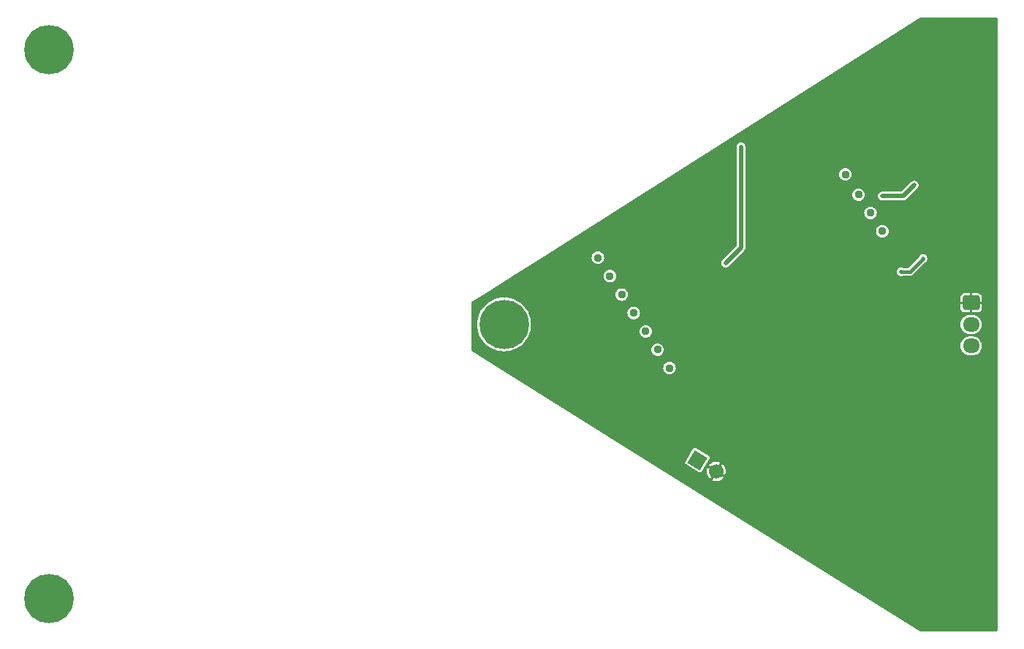
<source format=gbr>
%TF.GenerationSoftware,KiCad,Pcbnew,8.0.5*%
%TF.CreationDate,2025-03-21T14:04:30-04:00*%
%TF.ProjectId,rv_light,72765f6c-6967-4687-942e-6b696361645f,rev?*%
%TF.SameCoordinates,Original*%
%TF.FileFunction,Copper,L2,Bot*%
%TF.FilePolarity,Positive*%
%FSLAX46Y46*%
G04 Gerber Fmt 4.6, Leading zero omitted, Abs format (unit mm)*
G04 Created by KiCad (PCBNEW 8.0.5) date 2025-03-21 14:04:30*
%MOMM*%
%LPD*%
G01*
G04 APERTURE LIST*
G04 Aperture macros list*
%AMRoundRect*
0 Rectangle with rounded corners*
0 $1 Rounding radius*
0 $2 $3 $4 $5 $6 $7 $8 $9 X,Y pos of 4 corners*
0 Add a 4 corners polygon primitive as box body*
4,1,4,$2,$3,$4,$5,$6,$7,$8,$9,$2,$3,0*
0 Add four circle primitives for the rounded corners*
1,1,$1+$1,$2,$3*
1,1,$1+$1,$4,$5*
1,1,$1+$1,$6,$7*
1,1,$1+$1,$8,$9*
0 Add four rect primitives between the rounded corners*
20,1,$1+$1,$2,$3,$4,$5,0*
20,1,$1+$1,$4,$5,$6,$7,0*
20,1,$1+$1,$6,$7,$8,$9,0*
20,1,$1+$1,$8,$9,$2,$3,0*%
%AMHorizOval*
0 Thick line with rounded ends*
0 $1 width*
0 $2 $3 position (X,Y) of the first rounded end (center of the circle)*
0 $4 $5 position (X,Y) of the second rounded end (center of the circle)*
0 Add line between two ends*
20,1,$1,$2,$3,$4,$5,0*
0 Add two circle primitives to create the rounded ends*
1,1,$1,$2,$3*
1,1,$1,$4,$5*%
%AMRotRect*
0 Rectangle, with rotation*
0 The origin of the aperture is its center*
0 $1 length*
0 $2 width*
0 $3 Rotation angle, in degrees counterclockwise*
0 Add horizontal line*
21,1,$1,$2,0,0,$3*%
G04 Aperture macros list end*
%TA.AperFunction,ComponentPad*%
%ADD10C,0.939800*%
%TD*%
%TA.AperFunction,ComponentPad*%
%ADD11C,5.715000*%
%TD*%
%TA.AperFunction,WasherPad*%
%ADD12C,5.715000*%
%TD*%
%TA.AperFunction,ComponentPad*%
%ADD13RotRect,1.700000X1.700000X59.000000*%
%TD*%
%TA.AperFunction,ComponentPad*%
%ADD14HorizOval,1.700000X0.000000X0.000000X0.000000X0.000000X0*%
%TD*%
%TA.AperFunction,ComponentPad*%
%ADD15RoundRect,0.250000X-0.725000X0.600000X-0.725000X-0.600000X0.725000X-0.600000X0.725000X0.600000X0*%
%TD*%
%TA.AperFunction,ComponentPad*%
%ADD16O,1.950000X1.700000*%
%TD*%
%TA.AperFunction,ViaPad*%
%ADD17C,0.508000*%
%TD*%
%TA.AperFunction,Conductor*%
%ADD18C,0.508000*%
%TD*%
%TA.AperFunction,Conductor*%
%ADD19C,0.381000*%
%TD*%
G04 APERTURE END LIST*
D10*
%TO.P,TP11,1,1*%
%TO.N,Net-(U2-PA4_A1_D1)*%
X13517191Y33528060D03*
%TD*%
%TO.P,TP10,1,1*%
%TO.N,LED_DATA_3.3V*%
X14900577Y31397847D03*
%TD*%
%TO.P,TP9,1,1*%
%TO.N,Net-(U2-PB09_A7_D7_RX)*%
X45085000Y38735000D03*
%TD*%
%TO.P,TP8,1,1*%
%TO.N,Net-(U2-PA7_A8_D8_SCK)*%
X43711202Y40850464D03*
%TD*%
%TO.P,TP7,1,1*%
%TO.N,Net-(U2-PA5_A9_D9_MISO)*%
X42337405Y42965925D03*
%TD*%
%TO.P,TP6,1,1*%
%TO.N,Net-(U2-PA6_A10_D10_MOSI)*%
X40815685Y45309172D03*
%TD*%
%TO.P,TP5,1,1*%
%TO.N,Net-(U2-PB08_A6_D6_TX)*%
X20434109Y22876942D03*
%TD*%
%TO.P,TP4,1,1*%
%TO.N,Net-(U2-PA9_A5_D5_SCL)*%
X19050720Y25007164D03*
%TD*%
%TO.P,TP3,1,1*%
%TO.N,LED_ENABLE*%
X17667336Y27137396D03*
%TD*%
%TO.P,TP2,1,1*%
%TO.N,Net-(U2-PA11_A3_D3)*%
X16283958Y29267615D03*
%TD*%
%TO.P,TP1,1,1*%
%TO.N,Net-(U2-PA02_A0_D0)*%
X12133810Y35658282D03*
%TD*%
D11*
%TO.P,H3,1,1*%
%TO.N,GND*%
X53972221Y-3809637D03*
%TD*%
%TO.P,H2,1,1*%
%TO.N,GND*%
X53971113Y59698784D03*
%TD*%
D12*
%TO.P,H1,*%
%TO.N,*%
X1266105Y27948781D03*
%TD*%
D11*
%TO.P,H4,1,1*%
%TO.N,GND*%
X-51438898Y-3801227D03*
%TD*%
D13*
%TO.P,J1,1,Pin_1*%
%TO.N,+12V*%
X23672112Y12213677D03*
D14*
%TO.P,J1,2,Pin_2*%
%TO.N,GND*%
X25849317Y10905480D03*
%TD*%
D15*
%TO.P,J4,1,Pin_1*%
%TO.N,GND*%
X55371998Y30440000D03*
D16*
%TO.P,J4,2,Pin_2*%
%TO.N,Net-(J4-Pin_2)*%
X55371998Y27940000D03*
%TO.P,J4,3,Pin_3*%
%TO.N,5V_LED*%
X55371998Y25440000D03*
%TD*%
D11*
%TO.P,H5,1,1*%
%TO.N,GND*%
X-51419685Y59727331D03*
%TD*%
D17*
%TO.N,+3.3V*%
X48768000Y44069000D03*
X45085000Y42799000D03*
%TO.N,GND*%
X50292000Y40640000D03*
X28829000Y21082000D03*
X39370000Y29083000D03*
X51689000Y46228000D03*
X48260000Y52324000D03*
X11986412Y20147355D03*
X30226000Y44450000D03*
X50866000Y42098000D03*
X47625000Y28067000D03*
X43026500Y24765000D03*
%TO.N,LED_DATA_3.3V*%
X47244000Y34036000D03*
X49784000Y35560000D03*
%TO.N,LED_ENABLE*%
X28702000Y48514000D03*
X26924000Y35052000D03*
%TD*%
D18*
%TO.N,+3.3V*%
X47498000Y42799000D02*
X48768000Y44069000D01*
X45085000Y42799000D02*
X47498000Y42799000D01*
D19*
%TO.N,LED_DATA_3.3V*%
X49784000Y35560000D02*
X48260000Y34036000D01*
X48260000Y34036000D02*
X47244000Y34036000D01*
D18*
%TO.N,LED_ENABLE*%
X28702000Y48514000D02*
X28702000Y36830000D01*
X28702000Y36830000D02*
X26924000Y35052000D01*
%TD*%
%TA.AperFunction,Conductor*%
%TO.N,GND*%
G36*
X58378531Y63480787D02*
G01*
X58415076Y63430487D01*
X58420000Y63399400D01*
X58420000Y-7519400D01*
X58400787Y-7578531D01*
X58350487Y-7615076D01*
X58319400Y-7620000D01*
X49558827Y-7620000D01*
X49505547Y-7604732D01*
X18169453Y11961219D01*
X22249100Y11961219D01*
X22253959Y11860094D01*
X22253961Y11860087D01*
X22297145Y11768523D01*
X22297148Y11768518D01*
X22353172Y11717629D01*
X22353174Y11717628D01*
X23853331Y10816243D01*
X23924569Y10790665D01*
X24025694Y10795524D01*
X24025701Y10795526D01*
X24117265Y10838710D01*
X24117270Y10838713D01*
X24168159Y10894737D01*
X24168160Y10894739D01*
X24174614Y10905480D01*
X24740587Y10905480D01*
X24759464Y10701755D01*
X24759464Y10701754D01*
X24815457Y10504959D01*
X24815458Y10504957D01*
X24906653Y10321813D01*
X25029958Y10158530D01*
X25173639Y10027546D01*
X25491363Y10556327D01*
X25542310Y10505381D01*
X25656324Y10439555D01*
X25709036Y10425430D01*
X25392440Y9898524D01*
X25545900Y9839074D01*
X25545905Y9839073D01*
X25747014Y9801480D01*
X25951620Y9801480D01*
X26152735Y9839075D01*
X26343518Y9912985D01*
X26517473Y10020691D01*
X26517477Y10020694D01*
X26668677Y10158532D01*
X26723980Y10231766D01*
X26198468Y10547525D01*
X26249416Y10598473D01*
X26315242Y10712487D01*
X26329366Y10765198D01*
X26855379Y10449138D01*
X26883177Y10504962D01*
X26939169Y10701754D01*
X26939169Y10701755D01*
X26958046Y10905480D01*
X26939169Y11109204D01*
X26939169Y11109205D01*
X26883176Y11306000D01*
X26883175Y11306002D01*
X26791980Y11489146D01*
X26791979Y11489147D01*
X26668677Y11652427D01*
X26524994Y11783412D01*
X26207270Y11254632D01*
X26156324Y11305579D01*
X26042310Y11371405D01*
X25989596Y11385529D01*
X26306192Y11912433D01*
X26306192Y11912434D01*
X26152738Y11971883D01*
X25951620Y12009480D01*
X25747014Y12009480D01*
X25545898Y11971884D01*
X25355115Y11897974D01*
X25181160Y11790268D01*
X25181156Y11790265D01*
X25029956Y11652427D01*
X24974652Y11579192D01*
X25500164Y11263433D01*
X25449218Y11212487D01*
X25383392Y11098473D01*
X25369266Y11045758D01*
X24843252Y11361820D01*
X24843251Y11361820D01*
X24815460Y11306007D01*
X24815457Y11306000D01*
X24759464Y11109205D01*
X24759464Y11109204D01*
X24740587Y10905480D01*
X24174614Y10905480D01*
X25069545Y12394896D01*
X25095123Y12466132D01*
X25090264Y12567262D01*
X25047076Y12658835D01*
X24991050Y12709725D01*
X23490893Y13611110D01*
X23419657Y13636688D01*
X23419654Y13636687D01*
X23419654Y13636688D01*
X23358979Y13633772D01*
X23318527Y13631829D01*
X23318523Y13631827D01*
X23318522Y13631827D01*
X23226958Y13588643D01*
X23226954Y13588641D01*
X23226953Y13588640D01*
X23176064Y13532616D01*
X23176063Y13532614D01*
X22274678Y12032457D01*
X22249100Y11961219D01*
X18169453Y11961219D01*
X687234Y22876946D01*
X19705125Y22876946D01*
X19705125Y22876937D01*
X19723401Y22714729D01*
X19777316Y22560649D01*
X19864165Y22422429D01*
X19864167Y22422426D01*
X19979593Y22307000D01*
X19979596Y22306998D01*
X20117816Y22220149D01*
X20271896Y22166234D01*
X20434105Y22147958D01*
X20434109Y22147958D01*
X20434113Y22147958D01*
X20596321Y22166234D01*
X20750401Y22220149D01*
X20888621Y22306998D01*
X20888624Y22307000D01*
X21004050Y22422426D01*
X21004052Y22422428D01*
X21090901Y22560648D01*
X21144816Y22714728D01*
X21147862Y22741763D01*
X21163093Y22876937D01*
X21163093Y22876946D01*
X21144816Y23039154D01*
X21144816Y23039156D01*
X21090901Y23193236D01*
X21004052Y23331456D01*
X20888623Y23446885D01*
X20750403Y23533734D01*
X20596323Y23587649D01*
X20542251Y23593741D01*
X20434113Y23605926D01*
X20434105Y23605926D01*
X20304337Y23591304D01*
X20271895Y23587649D01*
X20117815Y23533734D01*
X19979595Y23446885D01*
X19979593Y23446883D01*
X19864167Y23331457D01*
X19864165Y23331454D01*
X19777316Y23193234D01*
X19723401Y23039154D01*
X19705125Y22876946D01*
X687234Y22876946D01*
X-2492681Y24862454D01*
X-2532662Y24910067D01*
X-2540000Y24947785D01*
X-2540000Y27948781D01*
X-1850798Y27948781D01*
X-1831200Y27599799D01*
X-1780195Y27299608D01*
X-1772650Y27255200D01*
X-1727227Y27097535D01*
X-1675888Y26919333D01*
X-1652428Y26862696D01*
X-1542127Y26596404D01*
X-1542125Y26596400D01*
X-1373053Y26290490D01*
X-1373051Y26290487D01*
X-1170799Y26005439D01*
X-1170788Y26005424D01*
X-937878Y25744798D01*
X-677252Y25511888D01*
X-677241Y25511880D01*
X-677236Y25511876D01*
X-392188Y25309624D01*
X-392185Y25309622D01*
X-86275Y25140550D01*
X-86271Y25140548D01*
X236661Y25006786D01*
X572524Y24910025D01*
X917123Y24851476D01*
X1266105Y24831878D01*
X1615087Y24851476D01*
X1684005Y24863185D01*
X1959685Y24910025D01*
X2295547Y25006786D01*
X2295548Y25006786D01*
X2296470Y25007168D01*
X18321736Y25007168D01*
X18321736Y25007159D01*
X18340012Y24844951D01*
X18393927Y24690871D01*
X18480776Y24552651D01*
X18480778Y24552648D01*
X18596204Y24437222D01*
X18596207Y24437220D01*
X18734427Y24350371D01*
X18888507Y24296456D01*
X19050716Y24278180D01*
X19050720Y24278180D01*
X19050724Y24278180D01*
X19212932Y24296456D01*
X19367012Y24350371D01*
X19386628Y24362696D01*
X19505234Y24437221D01*
X19620663Y24552650D01*
X19707512Y24690870D01*
X19761427Y24844950D01*
X19773014Y24947785D01*
X19779704Y25007159D01*
X19779704Y25007168D01*
X19761427Y25169376D01*
X19761427Y25169378D01*
X19707512Y25323458D01*
X19620663Y25461678D01*
X19555411Y25526930D01*
X54142498Y25526930D01*
X54142498Y25353069D01*
X54169694Y25181366D01*
X54169697Y25181352D01*
X54223417Y25016018D01*
X54302345Y24861115D01*
X54404531Y24720468D01*
X54527466Y24597533D01*
X54668113Y24495347D01*
X54668112Y24495347D01*
X54823016Y24416419D01*
X54988350Y24362699D01*
X54988364Y24362696D01*
X55160067Y24335500D01*
X55160072Y24335500D01*
X55583928Y24335500D01*
X55755631Y24362696D01*
X55755645Y24362699D01*
X55920979Y24416419D01*
X56075882Y24495347D01*
X56216529Y24597533D01*
X56339464Y24720468D01*
X56420408Y24831878D01*
X56441651Y24861116D01*
X56516064Y25007159D01*
X56520578Y25016018D01*
X56574298Y25181352D01*
X56574298Y25181354D01*
X56574301Y25181362D01*
X56601497Y25353069D01*
X56601498Y25353070D01*
X56601498Y25526929D01*
X56601497Y25526930D01*
X56593550Y25577105D01*
X56574301Y25698638D01*
X56520578Y25863981D01*
X56441651Y26018884D01*
X56339463Y26159533D01*
X56216531Y26282465D01*
X56075882Y26384653D01*
X55920979Y26463580D01*
X55755636Y26517303D01*
X55660240Y26532412D01*
X55583928Y26544500D01*
X55583924Y26544500D01*
X55160072Y26544500D01*
X55160068Y26544500D01*
X55074216Y26530901D01*
X54988360Y26517303D01*
X54988352Y26517300D01*
X54988350Y26517300D01*
X54823016Y26463580D01*
X54750614Y26426689D01*
X54668114Y26384653D01*
X54668113Y26384652D01*
X54527466Y26282466D01*
X54404531Y26159531D01*
X54302345Y26018884D01*
X54223417Y25863981D01*
X54169697Y25698647D01*
X54169694Y25698633D01*
X54142498Y25526930D01*
X19555411Y25526930D01*
X19505234Y25577107D01*
X19367014Y25663956D01*
X19212934Y25717871D01*
X19158862Y25723963D01*
X19050724Y25736148D01*
X19050716Y25736148D01*
X18920948Y25721526D01*
X18888506Y25717871D01*
X18734426Y25663956D01*
X18596206Y25577107D01*
X18480777Y25461678D01*
X18412535Y25353070D01*
X18393927Y25323456D01*
X18340012Y25169376D01*
X18321736Y25007168D01*
X2296470Y25007168D01*
X2618481Y25140548D01*
X2618485Y25140550D01*
X2924395Y25309622D01*
X2924398Y25309624D01*
X3209446Y25511876D01*
X3209451Y25511880D01*
X3209462Y25511888D01*
X3470088Y25744798D01*
X3702998Y26005424D01*
X3703009Y26005439D01*
X3905261Y26290487D01*
X3905263Y26290490D01*
X4074335Y26596400D01*
X4074337Y26596404D01*
X4184638Y26862696D01*
X4208098Y26919333D01*
X4259437Y27097535D01*
X4270922Y27137400D01*
X16938352Y27137400D01*
X16938352Y27137391D01*
X16956628Y26975183D01*
X17010543Y26821103D01*
X17097392Y26682883D01*
X17097394Y26682880D01*
X17212820Y26567454D01*
X17212823Y26567452D01*
X17351043Y26480603D01*
X17505123Y26426688D01*
X17667332Y26408412D01*
X17667336Y26408412D01*
X17667340Y26408412D01*
X17829548Y26426688D01*
X17983628Y26480603D01*
X18042032Y26517300D01*
X18121850Y26567453D01*
X18237279Y26682882D01*
X18324128Y26821102D01*
X18378043Y26975182D01*
X18391829Y27097535D01*
X18396320Y27137391D01*
X18396320Y27137400D01*
X18378043Y27299608D01*
X18378043Y27299610D01*
X18324128Y27453690D01*
X18237279Y27591910D01*
X18121850Y27707339D01*
X17983630Y27794188D01*
X17829550Y27848103D01*
X17775478Y27854195D01*
X17667340Y27866380D01*
X17667332Y27866380D01*
X17537564Y27851758D01*
X17505122Y27848103D01*
X17351042Y27794188D01*
X17212822Y27707339D01*
X17212820Y27707337D01*
X17097394Y27591911D01*
X17097392Y27591908D01*
X17010543Y27453688D01*
X16956628Y27299608D01*
X16938352Y27137400D01*
X4270922Y27137400D01*
X4304860Y27255200D01*
X4312405Y27299608D01*
X4363410Y27599799D01*
X4383008Y27948781D01*
X4378619Y28026930D01*
X54142498Y28026930D01*
X54142498Y27853069D01*
X54169694Y27681366D01*
X54169697Y27681352D01*
X54223417Y27516018D01*
X54302345Y27361115D01*
X54404531Y27220468D01*
X54527466Y27097533D01*
X54668113Y26995347D01*
X54668112Y26995347D01*
X54823016Y26916419D01*
X54988350Y26862699D01*
X54988364Y26862696D01*
X55160067Y26835500D01*
X55160072Y26835500D01*
X55583928Y26835500D01*
X55755631Y26862696D01*
X55755645Y26862699D01*
X55920979Y26916419D01*
X56075882Y26995347D01*
X56216529Y27097533D01*
X56339464Y27220468D01*
X56441650Y27361115D01*
X56520578Y27516018D01*
X56574298Y27681352D01*
X56574298Y27681354D01*
X56574301Y27681362D01*
X56601497Y27853069D01*
X56601498Y27853070D01*
X56601498Y28026929D01*
X56601497Y28026930D01*
X56574301Y28198638D01*
X56520578Y28363981D01*
X56441651Y28518884D01*
X56339463Y28659533D01*
X56216531Y28782465D01*
X56075882Y28884653D01*
X55920979Y28963580D01*
X55755636Y29017303D01*
X55660240Y29032412D01*
X55583928Y29044500D01*
X55583924Y29044500D01*
X55160072Y29044500D01*
X55160068Y29044500D01*
X55074216Y29030901D01*
X54988360Y29017303D01*
X54988352Y29017300D01*
X54988350Y29017300D01*
X54823016Y28963580D01*
X54798959Y28951322D01*
X54668114Y28884653D01*
X54668113Y28884652D01*
X54527466Y28782466D01*
X54404531Y28659531D01*
X54302345Y28518884D01*
X54223417Y28363981D01*
X54169697Y28198647D01*
X54169694Y28198633D01*
X54142498Y28026930D01*
X4378619Y28026930D01*
X4363410Y28297763D01*
X4304861Y28642357D01*
X4208098Y28978229D01*
X4088229Y29267619D01*
X15554974Y29267619D01*
X15554974Y29267610D01*
X15573250Y29105402D01*
X15627165Y28951322D01*
X15714014Y28813102D01*
X15714016Y28813099D01*
X15829442Y28697673D01*
X15829445Y28697671D01*
X15967665Y28610822D01*
X16121745Y28556907D01*
X16283954Y28538631D01*
X16283958Y28538631D01*
X16283962Y28538631D01*
X16446170Y28556907D01*
X16600250Y28610822D01*
X16650445Y28642361D01*
X16738472Y28697672D01*
X16853901Y28813101D01*
X16940750Y28951321D01*
X16994665Y29105401D01*
X16997711Y29132436D01*
X17012942Y29267610D01*
X17012942Y29267619D01*
X17000757Y29375757D01*
X16994665Y29429829D01*
X16940750Y29583909D01*
X16853901Y29722129D01*
X16738472Y29837558D01*
X16600252Y29924407D01*
X16446172Y29978322D01*
X16392100Y29984414D01*
X16283962Y29996599D01*
X16283954Y29996599D01*
X16154186Y29981977D01*
X16121744Y29978322D01*
X15967664Y29924407D01*
X15829444Y29837558D01*
X15714015Y29722129D01*
X15634750Y29595978D01*
X15627165Y29583907D01*
X15573250Y29429827D01*
X15554974Y29267619D01*
X4088229Y29267619D01*
X4074338Y29301155D01*
X4051513Y29342453D01*
X3905263Y29607071D01*
X3905261Y29607074D01*
X3823627Y29722127D01*
X3702998Y29892138D01*
X3470088Y30152764D01*
X3209462Y30385674D01*
X2924397Y30587938D01*
X2777975Y30668863D01*
X2618485Y30757011D01*
X2618481Y30757013D01*
X2618479Y30757014D01*
X2295553Y30890774D01*
X2046010Y30962665D01*
X1959685Y30987536D01*
X1959683Y30987536D01*
X1959681Y30987537D01*
X1615087Y31046086D01*
X1266105Y31065684D01*
X917123Y31046086D01*
X572529Y30987537D01*
X572527Y30987536D01*
X572524Y30987536D01*
X419097Y30943334D01*
X236657Y30890774D01*
X-86269Y30757014D01*
X-86271Y30757013D01*
X-86275Y30757011D01*
X-245765Y30668863D01*
X-392187Y30587938D01*
X-677252Y30385674D01*
X-937878Y30152764D01*
X-1170788Y29892138D01*
X-1291417Y29722127D01*
X-1373051Y29607074D01*
X-1373053Y29607071D01*
X-1519303Y29342453D01*
X-1542128Y29301155D01*
X-1675888Y28978229D01*
X-1772651Y28642357D01*
X-1831200Y28297763D01*
X-1850798Y27948781D01*
X-2540000Y27948781D01*
X-2540000Y30424671D01*
X-2520787Y30483802D01*
X-2493276Y30509629D01*
X-1092618Y31397851D01*
X14171593Y31397851D01*
X14171593Y31397842D01*
X14189869Y31235634D01*
X14243784Y31081554D01*
X14330633Y30943334D01*
X14330635Y30943331D01*
X14446061Y30827905D01*
X14446064Y30827903D01*
X14584284Y30741054D01*
X14738364Y30687139D01*
X14900573Y30668863D01*
X14900577Y30668863D01*
X14900581Y30668863D01*
X15062789Y30687139D01*
X15216869Y30741054D01*
X15242270Y30757014D01*
X15355091Y30827904D01*
X15470520Y30943333D01*
X15557369Y31081553D01*
X15559698Y31088210D01*
X54142998Y31088210D01*
X54142998Y30567000D01*
X54914271Y30567000D01*
X54896998Y30502535D01*
X54896998Y30377465D01*
X54914271Y30313000D01*
X54142999Y30313000D01*
X54142999Y29791789D01*
X54149451Y29731766D01*
X54149452Y29731761D01*
X54200096Y29595978D01*
X54286951Y29479953D01*
X54402976Y29393098D01*
X54538762Y29342453D01*
X54598787Y29336000D01*
X55244998Y29336000D01*
X55244998Y29982273D01*
X55309463Y29965000D01*
X55434533Y29965000D01*
X55498998Y29982273D01*
X55498998Y29336000D01*
X56145208Y29336000D01*
X56205231Y29342453D01*
X56205236Y29342454D01*
X56341019Y29393098D01*
X56457044Y29479953D01*
X56543899Y29595978D01*
X56594544Y29731763D01*
X56594544Y29731765D01*
X56600998Y29791789D01*
X56600998Y30313000D01*
X55829725Y30313000D01*
X55846998Y30377465D01*
X55846998Y30502535D01*
X55829725Y30567000D01*
X56600997Y30567000D01*
X56600997Y31088210D01*
X56594544Y31148233D01*
X56594543Y31148238D01*
X56543899Y31284021D01*
X56457044Y31400046D01*
X56341019Y31486901D01*
X56205233Y31537546D01*
X56145208Y31543999D01*
X55498998Y31543999D01*
X55498998Y30897726D01*
X55434533Y30915000D01*
X55309463Y30915000D01*
X55244998Y30897726D01*
X55244998Y31543999D01*
X54598788Y31543999D01*
X54538764Y31537546D01*
X54538759Y31537545D01*
X54402976Y31486901D01*
X54286951Y31400046D01*
X54200096Y31284021D01*
X54149451Y31148236D01*
X54149451Y31148234D01*
X54142998Y31088210D01*
X15559698Y31088210D01*
X15611284Y31235633D01*
X15616736Y31284021D01*
X15629561Y31397842D01*
X15629561Y31397851D01*
X15611284Y31560059D01*
X15611284Y31560061D01*
X15557369Y31714141D01*
X15470520Y31852361D01*
X15355091Y31967790D01*
X15216871Y32054639D01*
X15062791Y32108554D01*
X15008719Y32114646D01*
X14900581Y32126831D01*
X14900573Y32126831D01*
X14770805Y32112209D01*
X14738363Y32108554D01*
X14584283Y32054639D01*
X14446063Y31967790D01*
X14446061Y31967788D01*
X14330635Y31852362D01*
X14330633Y31852359D01*
X14243784Y31714139D01*
X14189869Y31560059D01*
X14171593Y31397851D01*
X-1092618Y31397851D01*
X2266564Y33528064D01*
X12788207Y33528064D01*
X12788207Y33528055D01*
X12806483Y33365847D01*
X12860398Y33211767D01*
X12947247Y33073547D01*
X12947249Y33073544D01*
X13062675Y32958118D01*
X13062678Y32958116D01*
X13200898Y32871267D01*
X13354978Y32817352D01*
X13517187Y32799076D01*
X13517191Y32799076D01*
X13517195Y32799076D01*
X13679403Y32817352D01*
X13833483Y32871267D01*
X13971703Y32958116D01*
X13971706Y32958118D01*
X14087132Y33073544D01*
X14087134Y33073546D01*
X14173983Y33211766D01*
X14227898Y33365846D01*
X14246112Y33527500D01*
X14246175Y33528055D01*
X14246175Y33528064D01*
X14232689Y33647751D01*
X14227898Y33690274D01*
X14173983Y33844354D01*
X14087134Y33982574D01*
X14033708Y34036000D01*
X46730271Y34036000D01*
X46751080Y33891266D01*
X46811822Y33758259D01*
X46907577Y33647751D01*
X47030589Y33568695D01*
X47170888Y33527500D01*
X47170889Y33527500D01*
X47317111Y33527500D01*
X47457408Y33568695D01*
X47457411Y33568696D01*
X47467267Y33575030D01*
X47521655Y33591000D01*
X48318588Y33591000D01*
X48375174Y33606163D01*
X48375174Y33606162D01*
X48375175Y33606163D01*
X48431759Y33621324D01*
X48431765Y33621326D01*
X48533236Y33679911D01*
X49906501Y35053176D01*
X49949292Y35078565D01*
X49997406Y35092693D01*
X49997408Y35092694D01*
X50038257Y35118946D01*
X50120421Y35171750D01*
X50216176Y35282257D01*
X50276919Y35415266D01*
X50297729Y35560000D01*
X50276919Y35704734D01*
X50216176Y35837743D01*
X50120421Y35948250D01*
X49997411Y36027304D01*
X49857111Y36068500D01*
X49710889Y36068500D01*
X49570589Y36027304D01*
X49447579Y35948250D01*
X49351824Y35837743D01*
X49351823Y35837741D01*
X49351822Y35837740D01*
X49291621Y35705916D01*
X49271247Y35676572D01*
X48105140Y34510465D01*
X48049742Y34482239D01*
X48034005Y34481000D01*
X47521655Y34481000D01*
X47467267Y34496970D01*
X47467149Y34497045D01*
X47457411Y34503304D01*
X47317111Y34544500D01*
X47170889Y34544500D01*
X47030589Y34503304D01*
X46907579Y34424250D01*
X46811824Y34313743D01*
X46811823Y34313741D01*
X46811822Y34313740D01*
X46751080Y34180733D01*
X46730271Y34036000D01*
X14033708Y34036000D01*
X13971705Y34098003D01*
X13833485Y34184852D01*
X13679405Y34238767D01*
X13625333Y34244859D01*
X13517195Y34257044D01*
X13517187Y34257044D01*
X13387419Y34242422D01*
X13354977Y34238767D01*
X13200897Y34184852D01*
X13062677Y34098003D01*
X13062675Y34098001D01*
X12947249Y33982575D01*
X12947247Y33982572D01*
X12860398Y33844352D01*
X12806483Y33690272D01*
X12788207Y33528064D01*
X2266564Y33528064D01*
X5625760Y35658286D01*
X11404826Y35658286D01*
X11404826Y35658277D01*
X11423102Y35496069D01*
X11477017Y35341989D01*
X11563866Y35203769D01*
X11563868Y35203766D01*
X11679294Y35088340D01*
X11679297Y35088338D01*
X11817517Y35001489D01*
X11971597Y34947574D01*
X12133806Y34929298D01*
X12133810Y34929298D01*
X12133814Y34929298D01*
X12296022Y34947574D01*
X12450102Y35001489D01*
X12461159Y35008436D01*
X12530489Y35051999D01*
X26410271Y35051999D01*
X26414476Y35022753D01*
X26415500Y35008436D01*
X26415500Y34985053D01*
X26423437Y34955428D01*
X26425838Y34943717D01*
X26431079Y34907274D01*
X26431083Y34907260D01*
X26440325Y34887021D01*
X26445985Y34871278D01*
X26450153Y34855723D01*
X26469123Y34822866D01*
X26473508Y34814361D01*
X26491822Y34774261D01*
X26491828Y34774251D01*
X26501619Y34762950D01*
X26512696Y34747395D01*
X26517096Y34739776D01*
X26517100Y34739771D01*
X26549058Y34707812D01*
X26553947Y34702561D01*
X26587578Y34663750D01*
X26587581Y34663748D01*
X26593994Y34659627D01*
X26610732Y34646139D01*
X26611773Y34645099D01*
X26611775Y34645098D01*
X26657206Y34618866D01*
X26661287Y34616378D01*
X26710586Y34584697D01*
X26710600Y34584691D01*
X26710884Y34584608D01*
X26721404Y34580111D01*
X26721638Y34580675D01*
X26727727Y34578152D01*
X26785411Y34562696D01*
X26787714Y34562049D01*
X26850886Y34543500D01*
X26850889Y34543500D01*
X26997114Y34543500D01*
X27060294Y34562051D01*
X27062597Y34562698D01*
X27120274Y34578153D01*
X27126366Y34580676D01*
X27126602Y34580106D01*
X27137131Y34584613D01*
X27137411Y34584696D01*
X27137414Y34584697D01*
X27186696Y34616369D01*
X27190782Y34618860D01*
X27236225Y34645098D01*
X27236228Y34645100D01*
X27237261Y34646133D01*
X27254005Y34659626D01*
X27260419Y34663748D01*
X27260424Y34663752D01*
X27294043Y34702552D01*
X27298937Y34707809D01*
X29108900Y36517773D01*
X29175848Y36633728D01*
X29175848Y36633729D01*
X29210499Y36763049D01*
X29210500Y36763056D01*
X29210500Y38735004D01*
X44356016Y38735004D01*
X44356016Y38734995D01*
X44374292Y38572787D01*
X44428207Y38418707D01*
X44515056Y38280487D01*
X44515058Y38280484D01*
X44630484Y38165058D01*
X44630487Y38165056D01*
X44768707Y38078207D01*
X44922787Y38024292D01*
X45084996Y38006016D01*
X45085000Y38006016D01*
X45085004Y38006016D01*
X45247212Y38024292D01*
X45401292Y38078207D01*
X45539512Y38165056D01*
X45539515Y38165058D01*
X45654941Y38280484D01*
X45654943Y38280486D01*
X45741792Y38418706D01*
X45795707Y38572786D01*
X45798753Y38599821D01*
X45813984Y38734995D01*
X45813984Y38735004D01*
X45795707Y38897212D01*
X45795707Y38897214D01*
X45741792Y39051294D01*
X45654943Y39189514D01*
X45539514Y39304943D01*
X45401294Y39391792D01*
X45247214Y39445707D01*
X45193142Y39451799D01*
X45085004Y39463984D01*
X45084996Y39463984D01*
X44955228Y39449362D01*
X44922786Y39445707D01*
X44768706Y39391792D01*
X44630486Y39304943D01*
X44630484Y39304941D01*
X44515058Y39189515D01*
X44515056Y39189512D01*
X44428207Y39051292D01*
X44374292Y38897212D01*
X44356016Y38735004D01*
X29210500Y38735004D01*
X29210500Y40850468D01*
X42982218Y40850468D01*
X42982218Y40850459D01*
X43000494Y40688251D01*
X43054409Y40534171D01*
X43141258Y40395951D01*
X43141260Y40395948D01*
X43256686Y40280522D01*
X43256689Y40280520D01*
X43394909Y40193671D01*
X43548989Y40139756D01*
X43711198Y40121480D01*
X43711202Y40121480D01*
X43711206Y40121480D01*
X43873414Y40139756D01*
X44027494Y40193671D01*
X44165714Y40280520D01*
X44165717Y40280522D01*
X44281143Y40395948D01*
X44281145Y40395950D01*
X44367994Y40534170D01*
X44421909Y40688250D01*
X44424955Y40715285D01*
X44440186Y40850459D01*
X44440186Y40850468D01*
X44421909Y41012676D01*
X44421909Y41012678D01*
X44367994Y41166758D01*
X44281145Y41304978D01*
X44165716Y41420407D01*
X44027496Y41507256D01*
X43873416Y41561171D01*
X43819344Y41567263D01*
X43711206Y41579448D01*
X43711198Y41579448D01*
X43581430Y41564826D01*
X43548988Y41561171D01*
X43394908Y41507256D01*
X43256688Y41420407D01*
X43256686Y41420405D01*
X43141260Y41304979D01*
X43141258Y41304976D01*
X43054409Y41166756D01*
X43000494Y41012676D01*
X42982218Y40850468D01*
X29210500Y40850468D01*
X29210500Y42965929D01*
X41608421Y42965929D01*
X41608421Y42965920D01*
X41626697Y42803712D01*
X41680612Y42649632D01*
X41767461Y42511412D01*
X41767463Y42511409D01*
X41882889Y42395983D01*
X41882892Y42395981D01*
X42021112Y42309132D01*
X42175192Y42255217D01*
X42337401Y42236941D01*
X42337405Y42236941D01*
X42337409Y42236941D01*
X42499617Y42255217D01*
X42653697Y42309132D01*
X42654105Y42309388D01*
X42791919Y42395982D01*
X42907348Y42511411D01*
X42994197Y42649631D01*
X43046463Y42798999D01*
X44571271Y42798999D01*
X44575476Y42769753D01*
X44576500Y42755436D01*
X44576500Y42732053D01*
X44584437Y42702428D01*
X44586838Y42690717D01*
X44592079Y42654274D01*
X44592083Y42654260D01*
X44601325Y42634021D01*
X44606985Y42618278D01*
X44611153Y42602723D01*
X44630118Y42569875D01*
X44634503Y42561371D01*
X44652824Y42521256D01*
X44662619Y42509951D01*
X44673701Y42494388D01*
X44678092Y42486783D01*
X44678100Y42486773D01*
X44710058Y42454813D01*
X44714947Y42449562D01*
X44748579Y42410749D01*
X44748580Y42410748D01*
X44754997Y42406625D01*
X44771734Y42393138D01*
X44772772Y42392099D01*
X44818199Y42365871D01*
X44822284Y42363381D01*
X44871590Y42331694D01*
X44871592Y42331693D01*
X44871884Y42331608D01*
X44882404Y42327111D01*
X44882638Y42327675D01*
X44888727Y42325152D01*
X44946411Y42309696D01*
X44948714Y42309049D01*
X45011886Y42290500D01*
X45011889Y42290500D01*
X47564950Y42290500D01*
X47694270Y42325151D01*
X47694271Y42325151D01*
X47760486Y42363381D01*
X47810227Y42392099D01*
X49081261Y43663133D01*
X49098005Y43676626D01*
X49104419Y43680748D01*
X49104424Y43680752D01*
X49138043Y43719552D01*
X49142937Y43724809D01*
X49174899Y43756771D01*
X49174901Y43756773D01*
X49179298Y43764388D01*
X49190384Y43779956D01*
X49200176Y43791257D01*
X49218492Y43831365D01*
X49222874Y43839865D01*
X49241847Y43872726D01*
X49246010Y43888267D01*
X49251672Y43904020D01*
X49260919Y43924266D01*
X49266160Y43960719D01*
X49268564Y43972440D01*
X49276498Y44002050D01*
X49276499Y44002056D01*
X49276499Y44025429D01*
X49277523Y44039746D01*
X49281729Y44068999D01*
X49277523Y44098252D01*
X49276499Y44112569D01*
X49276499Y44135943D01*
X49276499Y44135945D01*
X49268561Y44165567D01*
X49266160Y44177279D01*
X49260919Y44213731D01*
X49260919Y44213734D01*
X49251673Y44233976D01*
X49246010Y44249733D01*
X49241847Y44265274D01*
X49222871Y44298139D01*
X49218498Y44306620D01*
X49200176Y44346743D01*
X49190385Y44358041D01*
X49179289Y44373623D01*
X49174901Y44381226D01*
X49142932Y44413193D01*
X49138065Y44418421D01*
X49104421Y44457250D01*
X49098005Y44461372D01*
X49081248Y44474879D01*
X49081140Y44474986D01*
X49080226Y44475901D01*
X49034792Y44502132D01*
X49030729Y44504608D01*
X48981411Y44536304D01*
X48981150Y44536380D01*
X48970601Y44540905D01*
X48970361Y44540325D01*
X48964275Y44542846D01*
X48964274Y44542847D01*
X48964272Y44542847D01*
X48964271Y44542848D01*
X48940262Y44549280D01*
X48906590Y44558302D01*
X48904367Y44558925D01*
X48841111Y44577500D01*
X48694889Y44577500D01*
X48631694Y44558944D01*
X48629398Y44558300D01*
X48589178Y44547523D01*
X48571726Y44542847D01*
X48571719Y44542843D01*
X48565633Y44540323D01*
X48565395Y44540895D01*
X48554858Y44536383D01*
X48554589Y44536304D01*
X48505282Y44504616D01*
X48501211Y44502135D01*
X48455773Y44475901D01*
X48455772Y44475900D01*
X48454737Y44474865D01*
X48437992Y44461371D01*
X48431579Y44457250D01*
X48431576Y44457247D01*
X48431575Y44457246D01*
X48397955Y44418446D01*
X48393062Y44413190D01*
X47316837Y43336965D01*
X47261439Y43308739D01*
X47245702Y43307500D01*
X45011889Y43307500D01*
X44948683Y43288941D01*
X44946435Y43288309D01*
X44888726Y43272847D01*
X44888724Y43272846D01*
X44882633Y43270323D01*
X44882395Y43270895D01*
X44871858Y43266383D01*
X44871589Y43266304D01*
X44871587Y43266303D01*
X44822297Y43234626D01*
X44818211Y43232135D01*
X44772774Y43205901D01*
X44772773Y43205900D01*
X44771742Y43204869D01*
X44754994Y43191373D01*
X44748581Y43187252D01*
X44748578Y43187249D01*
X44714948Y43148438D01*
X44710055Y43143182D01*
X44678097Y43111224D01*
X44673708Y43103621D01*
X44662614Y43088042D01*
X44652823Y43076743D01*
X44634507Y43036637D01*
X44630122Y43028130D01*
X44611152Y42995273D01*
X44606985Y42979721D01*
X44601323Y42963972D01*
X44592082Y42943738D01*
X44592080Y42943730D01*
X44586840Y42907286D01*
X44584437Y42895569D01*
X44576500Y42865946D01*
X44576500Y42842562D01*
X44575476Y42828245D01*
X44571271Y42798999D01*
X43046463Y42798999D01*
X43048112Y42803711D01*
X43059782Y42907286D01*
X43066389Y42965920D01*
X43066389Y42965929D01*
X43050018Y43111224D01*
X43048112Y43128139D01*
X42994197Y43282219D01*
X42907348Y43420439D01*
X42791919Y43535868D01*
X42653699Y43622717D01*
X42499619Y43676632D01*
X42445547Y43682724D01*
X42337409Y43694909D01*
X42337401Y43694909D01*
X42211722Y43680748D01*
X42175191Y43676632D01*
X42021111Y43622717D01*
X41882891Y43535868D01*
X41767462Y43420439D01*
X41684630Y43288611D01*
X41680612Y43282217D01*
X41626697Y43128137D01*
X41608421Y42965929D01*
X29210500Y42965929D01*
X29210500Y45309176D01*
X40086701Y45309176D01*
X40086701Y45309167D01*
X40104977Y45146959D01*
X40158892Y44992879D01*
X40245741Y44854659D01*
X40245743Y44854656D01*
X40361169Y44739230D01*
X40361172Y44739228D01*
X40499392Y44652379D01*
X40653472Y44598464D01*
X40815681Y44580188D01*
X40815685Y44580188D01*
X40815689Y44580188D01*
X40977897Y44598464D01*
X41131977Y44652379D01*
X41270197Y44739228D01*
X41270200Y44739230D01*
X41385626Y44854656D01*
X41385628Y44854658D01*
X41472477Y44992878D01*
X41526392Y45146958D01*
X41529438Y45173993D01*
X41544669Y45309167D01*
X41544669Y45309176D01*
X41526392Y45471384D01*
X41526392Y45471386D01*
X41472477Y45625466D01*
X41385628Y45763686D01*
X41270199Y45879115D01*
X41131979Y45965964D01*
X40977899Y46019879D01*
X40923827Y46025971D01*
X40815689Y46038156D01*
X40815681Y46038156D01*
X40685913Y46023534D01*
X40653471Y46019879D01*
X40499391Y45965964D01*
X40361171Y45879115D01*
X40361169Y45879113D01*
X40245743Y45763687D01*
X40245741Y45763684D01*
X40158892Y45625464D01*
X40104977Y45471384D01*
X40086701Y45309176D01*
X29210500Y45309176D01*
X29210500Y48470436D01*
X29211524Y48484753D01*
X29215729Y48513999D01*
X29211524Y48543245D01*
X29210500Y48557562D01*
X29210500Y48580944D01*
X29210500Y48580945D01*
X29202561Y48610570D01*
X29200158Y48622290D01*
X29194919Y48658734D01*
X29185676Y48678972D01*
X29180012Y48694728D01*
X29175847Y48710274D01*
X29156876Y48743130D01*
X29152498Y48751620D01*
X29134176Y48791743D01*
X29124385Y48803042D01*
X29113289Y48818623D01*
X29108901Y48826226D01*
X29076932Y48858193D01*
X29072065Y48863421D01*
X29038421Y48902250D01*
X29032005Y48906373D01*
X29015248Y48919879D01*
X29015140Y48919986D01*
X29014226Y48920901D01*
X28968789Y48947134D01*
X28964729Y48949608D01*
X28915411Y48981304D01*
X28915150Y48981380D01*
X28904607Y48985902D01*
X28904367Y48985322D01*
X28898280Y48987843D01*
X28898274Y48987847D01*
X28873787Y48994407D01*
X28840593Y49003302D01*
X28838287Y49003949D01*
X28775111Y49022500D01*
X28628889Y49022500D01*
X28565683Y49003941D01*
X28563435Y49003309D01*
X28505726Y48987847D01*
X28505724Y48987846D01*
X28499633Y48985323D01*
X28499395Y48985895D01*
X28488858Y48981383D01*
X28488589Y48981304D01*
X28488587Y48981303D01*
X28439297Y48949626D01*
X28435211Y48947135D01*
X28389774Y48920901D01*
X28389773Y48920900D01*
X28388742Y48919869D01*
X28371994Y48906373D01*
X28365581Y48902252D01*
X28365578Y48902249D01*
X28331948Y48863438D01*
X28327055Y48858182D01*
X28295097Y48826224D01*
X28290708Y48818621D01*
X28279614Y48803042D01*
X28269823Y48791743D01*
X28251507Y48751637D01*
X28247122Y48743130D01*
X28228152Y48710273D01*
X28223985Y48694721D01*
X28218323Y48678972D01*
X28209082Y48658738D01*
X28209080Y48658730D01*
X28203840Y48622286D01*
X28201437Y48610569D01*
X28193500Y48580946D01*
X28193500Y48557562D01*
X28192476Y48543245D01*
X28188271Y48513999D01*
X28192476Y48484753D01*
X28193500Y48470436D01*
X28193500Y37082297D01*
X28174287Y37023166D01*
X28164035Y37011162D01*
X26610738Y35457866D01*
X26593993Y35444372D01*
X26587579Y35440250D01*
X26587578Y35440249D01*
X26587575Y35440246D01*
X26553955Y35401446D01*
X26549061Y35396189D01*
X26517100Y35364228D01*
X26512701Y35356610D01*
X26501614Y35341042D01*
X26491824Y35329743D01*
X26473506Y35289634D01*
X26469121Y35281128D01*
X26450152Y35248273D01*
X26445985Y35232721D01*
X26440323Y35216972D01*
X26431082Y35196738D01*
X26431080Y35196730D01*
X26425840Y35160286D01*
X26423437Y35148569D01*
X26415500Y35118946D01*
X26415500Y35095562D01*
X26414476Y35081245D01*
X26410271Y35051999D01*
X12530489Y35051999D01*
X12588324Y35088339D01*
X12703753Y35203768D01*
X12790602Y35341988D01*
X12844517Y35496068D01*
X12847563Y35523103D01*
X12862794Y35658277D01*
X12862794Y35658286D01*
X12844517Y35820494D01*
X12844517Y35820496D01*
X12790602Y35974576D01*
X12703753Y36112796D01*
X12588324Y36228225D01*
X12450104Y36315074D01*
X12296024Y36368989D01*
X12241952Y36375081D01*
X12133814Y36387266D01*
X12133806Y36387266D01*
X12004038Y36372644D01*
X11971596Y36368989D01*
X11817516Y36315074D01*
X11679296Y36228225D01*
X11679294Y36228223D01*
X11563868Y36112797D01*
X11563866Y36112794D01*
X11477017Y35974574D01*
X11423102Y35820494D01*
X11404826Y35658286D01*
X5625760Y35658286D01*
X49505334Y63484358D01*
X49559210Y63500000D01*
X58319400Y63500000D01*
X58378531Y63480787D01*
G37*
%TD.AperFunction*%
%TD*%
M02*

</source>
